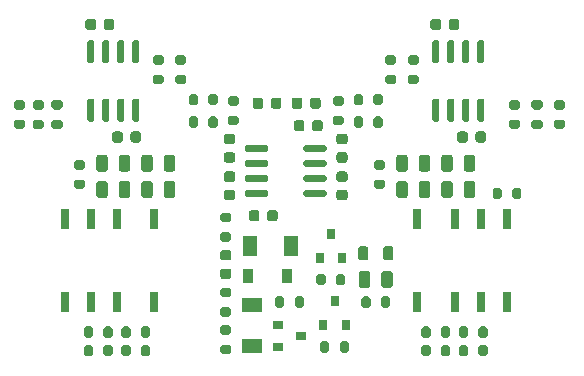
<source format=gbr>
%TF.GenerationSoftware,KiCad,Pcbnew,(5.1.9-0-10_14)*%
%TF.CreationDate,2021-03-07T16:31:49+01:00*%
%TF.ProjectId,W-Output HP,572d4f75-7470-4757-9420-48502e6b6963,1*%
%TF.SameCoordinates,Original*%
%TF.FileFunction,Paste,Top*%
%TF.FilePolarity,Positive*%
%FSLAX46Y46*%
G04 Gerber Fmt 4.6, Leading zero omitted, Abs format (unit mm)*
G04 Created by KiCad (PCBNEW (5.1.9-0-10_14)) date 2021-03-07 16:31:49*
%MOMM*%
%LPD*%
G01*
G04 APERTURE LIST*
%ADD10R,0.800000X1.800000*%
%ADD11R,0.900000X0.800000*%
%ADD12R,0.800000X0.900000*%
%ADD13R,1.700000X1.300000*%
%ADD14R,0.900000X1.200000*%
%ADD15R,1.300000X1.700000*%
G04 APERTURE END LIST*
%TO.C,R15*%
G36*
G01*
X132812500Y-88780000D02*
X132262500Y-88780000D01*
G75*
G02*
X132062500Y-88580000I0J200000D01*
G01*
X132062500Y-88180000D01*
G75*
G02*
X132262500Y-87980000I200000J0D01*
G01*
X132812500Y-87980000D01*
G75*
G02*
X133012500Y-88180000I0J-200000D01*
G01*
X133012500Y-88580000D01*
G75*
G02*
X132812500Y-88780000I-200000J0D01*
G01*
G37*
G36*
G01*
X132812500Y-90430000D02*
X132262500Y-90430000D01*
G75*
G02*
X132062500Y-90230000I0J200000D01*
G01*
X132062500Y-89830000D01*
G75*
G02*
X132262500Y-89630000I200000J0D01*
G01*
X132812500Y-89630000D01*
G75*
G02*
X133012500Y-89830000I0J-200000D01*
G01*
X133012500Y-90230000D01*
G75*
G02*
X132812500Y-90430000I-200000J0D01*
G01*
G37*
%TD*%
%TO.C,R14*%
G36*
G01*
X154170000Y-84232500D02*
X154720000Y-84232500D01*
G75*
G02*
X154920000Y-84432500I0J-200000D01*
G01*
X154920000Y-84832500D01*
G75*
G02*
X154720000Y-85032500I-200000J0D01*
G01*
X154170000Y-85032500D01*
G75*
G02*
X153970000Y-84832500I0J200000D01*
G01*
X153970000Y-84432500D01*
G75*
G02*
X154170000Y-84232500I200000J0D01*
G01*
G37*
G36*
G01*
X154170000Y-82582500D02*
X154720000Y-82582500D01*
G75*
G02*
X154920000Y-82782500I0J-200000D01*
G01*
X154920000Y-83182500D01*
G75*
G02*
X154720000Y-83382500I-200000J0D01*
G01*
X154170000Y-83382500D01*
G75*
G02*
X153970000Y-83182500I0J200000D01*
G01*
X153970000Y-82782500D01*
G75*
G02*
X154170000Y-82582500I200000J0D01*
G01*
G37*
%TD*%
%TO.C,C5*%
G36*
G01*
X154512500Y-87307500D02*
X155012500Y-87307500D01*
G75*
G02*
X155237500Y-87532500I0J-225000D01*
G01*
X155237500Y-87982500D01*
G75*
G02*
X155012500Y-88207500I-225000J0D01*
G01*
X154512500Y-88207500D01*
G75*
G02*
X154287500Y-87982500I0J225000D01*
G01*
X154287500Y-87532500D01*
G75*
G02*
X154512500Y-87307500I225000J0D01*
G01*
G37*
G36*
G01*
X154512500Y-85757500D02*
X155012500Y-85757500D01*
G75*
G02*
X155237500Y-85982500I0J-225000D01*
G01*
X155237500Y-86432500D01*
G75*
G02*
X155012500Y-86657500I-225000J0D01*
G01*
X154512500Y-86657500D01*
G75*
G02*
X154287500Y-86432500I0J225000D01*
G01*
X154287500Y-85982500D01*
G75*
G02*
X154512500Y-85757500I225000J0D01*
G01*
G37*
%TD*%
%TO.C,C4*%
G36*
G01*
X154512500Y-90482500D02*
X155012500Y-90482500D01*
G75*
G02*
X155237500Y-90707500I0J-225000D01*
G01*
X155237500Y-91157500D01*
G75*
G02*
X155012500Y-91382500I-225000J0D01*
G01*
X154512500Y-91382500D01*
G75*
G02*
X154287500Y-91157500I0J225000D01*
G01*
X154287500Y-90707500D01*
G75*
G02*
X154512500Y-90482500I225000J0D01*
G01*
G37*
G36*
G01*
X154512500Y-88932500D02*
X155012500Y-88932500D01*
G75*
G02*
X155237500Y-89157500I0J-225000D01*
G01*
X155237500Y-89607500D01*
G75*
G02*
X155012500Y-89832500I-225000J0D01*
G01*
X154512500Y-89832500D01*
G75*
G02*
X154287500Y-89607500I0J225000D01*
G01*
X154287500Y-89157500D01*
G75*
G02*
X154512500Y-88932500I225000J0D01*
G01*
G37*
%TD*%
%TO.C,C17*%
G36*
G01*
X144987500Y-90482500D02*
X145487500Y-90482500D01*
G75*
G02*
X145712500Y-90707500I0J-225000D01*
G01*
X145712500Y-91157500D01*
G75*
G02*
X145487500Y-91382500I-225000J0D01*
G01*
X144987500Y-91382500D01*
G75*
G02*
X144762500Y-91157500I0J225000D01*
G01*
X144762500Y-90707500D01*
G75*
G02*
X144987500Y-90482500I225000J0D01*
G01*
G37*
G36*
G01*
X144987500Y-88932500D02*
X145487500Y-88932500D01*
G75*
G02*
X145712500Y-89157500I0J-225000D01*
G01*
X145712500Y-89607500D01*
G75*
G02*
X145487500Y-89832500I-225000J0D01*
G01*
X144987500Y-89832500D01*
G75*
G02*
X144762500Y-89607500I0J225000D01*
G01*
X144762500Y-89157500D01*
G75*
G02*
X144987500Y-88932500I225000J0D01*
G01*
G37*
%TD*%
%TO.C,C18*%
G36*
G01*
X144987500Y-87307500D02*
X145487500Y-87307500D01*
G75*
G02*
X145712500Y-87532500I0J-225000D01*
G01*
X145712500Y-87982500D01*
G75*
G02*
X145487500Y-88207500I-225000J0D01*
G01*
X144987500Y-88207500D01*
G75*
G02*
X144762500Y-87982500I0J225000D01*
G01*
X144762500Y-87532500D01*
G75*
G02*
X144987500Y-87307500I225000J0D01*
G01*
G37*
G36*
G01*
X144987500Y-85757500D02*
X145487500Y-85757500D01*
G75*
G02*
X145712500Y-85982500I0J-225000D01*
G01*
X145712500Y-86432500D01*
G75*
G02*
X145487500Y-86657500I-225000J0D01*
G01*
X144987500Y-86657500D01*
G75*
G02*
X144762500Y-86432500I0J225000D01*
G01*
X144762500Y-85982500D01*
G75*
G02*
X144987500Y-85757500I225000J0D01*
G01*
G37*
%TD*%
%TO.C,C14*%
G36*
G01*
X151580000Y-84827500D02*
X151580000Y-85327500D01*
G75*
G02*
X151355000Y-85552500I-225000J0D01*
G01*
X150905000Y-85552500D01*
G75*
G02*
X150680000Y-85327500I0J225000D01*
G01*
X150680000Y-84827500D01*
G75*
G02*
X150905000Y-84602500I225000J0D01*
G01*
X151355000Y-84602500D01*
G75*
G02*
X151580000Y-84827500I0J-225000D01*
G01*
G37*
G36*
G01*
X153130000Y-84827500D02*
X153130000Y-85327500D01*
G75*
G02*
X152905000Y-85552500I-225000J0D01*
G01*
X152455000Y-85552500D01*
G75*
G02*
X152230000Y-85327500I0J225000D01*
G01*
X152230000Y-84827500D01*
G75*
G02*
X152455000Y-84602500I225000J0D01*
G01*
X152905000Y-84602500D01*
G75*
G02*
X153130000Y-84827500I0J-225000D01*
G01*
G37*
%TD*%
%TO.C,C11*%
G36*
G01*
X147770000Y-92447500D02*
X147770000Y-92947500D01*
G75*
G02*
X147545000Y-93172500I-225000J0D01*
G01*
X147095000Y-93172500D01*
G75*
G02*
X146870000Y-92947500I0J225000D01*
G01*
X146870000Y-92447500D01*
G75*
G02*
X147095000Y-92222500I225000J0D01*
G01*
X147545000Y-92222500D01*
G75*
G02*
X147770000Y-92447500I0J-225000D01*
G01*
G37*
G36*
G01*
X149320000Y-92447500D02*
X149320000Y-92947500D01*
G75*
G02*
X149095000Y-93172500I-225000J0D01*
G01*
X148645000Y-93172500D01*
G75*
G02*
X148420000Y-92947500I0J225000D01*
G01*
X148420000Y-92447500D01*
G75*
G02*
X148645000Y-92222500I225000J0D01*
G01*
X149095000Y-92222500D01*
G75*
G02*
X149320000Y-92447500I0J-225000D01*
G01*
G37*
%TD*%
%TO.C,R32*%
G36*
G01*
X145280000Y-84232500D02*
X145830000Y-84232500D01*
G75*
G02*
X146030000Y-84432500I0J-200000D01*
G01*
X146030000Y-84832500D01*
G75*
G02*
X145830000Y-85032500I-200000J0D01*
G01*
X145280000Y-85032500D01*
G75*
G02*
X145080000Y-84832500I0J200000D01*
G01*
X145080000Y-84432500D01*
G75*
G02*
X145280000Y-84232500I200000J0D01*
G01*
G37*
G36*
G01*
X145280000Y-82582500D02*
X145830000Y-82582500D01*
G75*
G02*
X146030000Y-82782500I0J-200000D01*
G01*
X146030000Y-83182500D01*
G75*
G02*
X145830000Y-83382500I-200000J0D01*
G01*
X145280000Y-83382500D01*
G75*
G02*
X145080000Y-83182500I0J200000D01*
G01*
X145080000Y-82782500D01*
G75*
G02*
X145280000Y-82582500I200000J0D01*
G01*
G37*
%TD*%
%TO.C,U3*%
G36*
G01*
X148500000Y-90642500D02*
X148500000Y-90942500D01*
G75*
G02*
X148350000Y-91092500I-150000J0D01*
G01*
X146700000Y-91092500D01*
G75*
G02*
X146550000Y-90942500I0J150000D01*
G01*
X146550000Y-90642500D01*
G75*
G02*
X146700000Y-90492500I150000J0D01*
G01*
X148350000Y-90492500D01*
G75*
G02*
X148500000Y-90642500I0J-150000D01*
G01*
G37*
G36*
G01*
X148500000Y-89372500D02*
X148500000Y-89672500D01*
G75*
G02*
X148350000Y-89822500I-150000J0D01*
G01*
X146700000Y-89822500D01*
G75*
G02*
X146550000Y-89672500I0J150000D01*
G01*
X146550000Y-89372500D01*
G75*
G02*
X146700000Y-89222500I150000J0D01*
G01*
X148350000Y-89222500D01*
G75*
G02*
X148500000Y-89372500I0J-150000D01*
G01*
G37*
G36*
G01*
X148500000Y-88102500D02*
X148500000Y-88402500D01*
G75*
G02*
X148350000Y-88552500I-150000J0D01*
G01*
X146700000Y-88552500D01*
G75*
G02*
X146550000Y-88402500I0J150000D01*
G01*
X146550000Y-88102500D01*
G75*
G02*
X146700000Y-87952500I150000J0D01*
G01*
X148350000Y-87952500D01*
G75*
G02*
X148500000Y-88102500I0J-150000D01*
G01*
G37*
G36*
G01*
X148500000Y-86832500D02*
X148500000Y-87132500D01*
G75*
G02*
X148350000Y-87282500I-150000J0D01*
G01*
X146700000Y-87282500D01*
G75*
G02*
X146550000Y-87132500I0J150000D01*
G01*
X146550000Y-86832500D01*
G75*
G02*
X146700000Y-86682500I150000J0D01*
G01*
X148350000Y-86682500D01*
G75*
G02*
X148500000Y-86832500I0J-150000D01*
G01*
G37*
G36*
G01*
X153450000Y-86832500D02*
X153450000Y-87132500D01*
G75*
G02*
X153300000Y-87282500I-150000J0D01*
G01*
X151650000Y-87282500D01*
G75*
G02*
X151500000Y-87132500I0J150000D01*
G01*
X151500000Y-86832500D01*
G75*
G02*
X151650000Y-86682500I150000J0D01*
G01*
X153300000Y-86682500D01*
G75*
G02*
X153450000Y-86832500I0J-150000D01*
G01*
G37*
G36*
G01*
X153450000Y-88102500D02*
X153450000Y-88402500D01*
G75*
G02*
X153300000Y-88552500I-150000J0D01*
G01*
X151650000Y-88552500D01*
G75*
G02*
X151500000Y-88402500I0J150000D01*
G01*
X151500000Y-88102500D01*
G75*
G02*
X151650000Y-87952500I150000J0D01*
G01*
X153300000Y-87952500D01*
G75*
G02*
X153450000Y-88102500I0J-150000D01*
G01*
G37*
G36*
G01*
X153450000Y-89372500D02*
X153450000Y-89672500D01*
G75*
G02*
X153300000Y-89822500I-150000J0D01*
G01*
X151650000Y-89822500D01*
G75*
G02*
X151500000Y-89672500I0J150000D01*
G01*
X151500000Y-89372500D01*
G75*
G02*
X151650000Y-89222500I150000J0D01*
G01*
X153300000Y-89222500D01*
G75*
G02*
X153450000Y-89372500I0J-150000D01*
G01*
G37*
G36*
G01*
X153450000Y-90642500D02*
X153450000Y-90942500D01*
G75*
G02*
X153300000Y-91092500I-150000J0D01*
G01*
X151650000Y-91092500D01*
G75*
G02*
X151500000Y-90942500I0J150000D01*
G01*
X151500000Y-90642500D01*
G75*
G02*
X151650000Y-90492500I150000J0D01*
G01*
X153300000Y-90492500D01*
G75*
G02*
X153450000Y-90642500I0J-150000D01*
G01*
G37*
%TD*%
%TO.C,R27*%
G36*
G01*
X143440000Y-83130000D02*
X143440000Y-82580000D01*
G75*
G02*
X143640000Y-82380000I200000J0D01*
G01*
X144040000Y-82380000D01*
G75*
G02*
X144240000Y-82580000I0J-200000D01*
G01*
X144240000Y-83130000D01*
G75*
G02*
X144040000Y-83330000I-200000J0D01*
G01*
X143640000Y-83330000D01*
G75*
G02*
X143440000Y-83130000I0J200000D01*
G01*
G37*
G36*
G01*
X141790000Y-83130000D02*
X141790000Y-82580000D01*
G75*
G02*
X141990000Y-82380000I200000J0D01*
G01*
X142390000Y-82380000D01*
G75*
G02*
X142590000Y-82580000I0J-200000D01*
G01*
X142590000Y-83130000D01*
G75*
G02*
X142390000Y-83330000I-200000J0D01*
G01*
X141990000Y-83330000D01*
G75*
G02*
X141790000Y-83130000I0J200000D01*
G01*
G37*
%TD*%
%TO.C,R6*%
G36*
G01*
X161070000Y-79890000D02*
X160520000Y-79890000D01*
G75*
G02*
X160320000Y-79690000I0J200000D01*
G01*
X160320000Y-79290000D01*
G75*
G02*
X160520000Y-79090000I200000J0D01*
G01*
X161070000Y-79090000D01*
G75*
G02*
X161270000Y-79290000I0J-200000D01*
G01*
X161270000Y-79690000D01*
G75*
G02*
X161070000Y-79890000I-200000J0D01*
G01*
G37*
G36*
G01*
X161070000Y-81540000D02*
X160520000Y-81540000D01*
G75*
G02*
X160320000Y-81340000I0J200000D01*
G01*
X160320000Y-80940000D01*
G75*
G02*
X160520000Y-80740000I200000J0D01*
G01*
X161070000Y-80740000D01*
G75*
G02*
X161270000Y-80940000I0J-200000D01*
G01*
X161270000Y-81340000D01*
G75*
G02*
X161070000Y-81540000I-200000J0D01*
G01*
G37*
%TD*%
%TO.C,R22*%
G36*
G01*
X141385000Y-79890000D02*
X140835000Y-79890000D01*
G75*
G02*
X140635000Y-79690000I0J200000D01*
G01*
X140635000Y-79290000D01*
G75*
G02*
X140835000Y-79090000I200000J0D01*
G01*
X141385000Y-79090000D01*
G75*
G02*
X141585000Y-79290000I0J-200000D01*
G01*
X141585000Y-79690000D01*
G75*
G02*
X141385000Y-79890000I-200000J0D01*
G01*
G37*
G36*
G01*
X141385000Y-81540000D02*
X140835000Y-81540000D01*
G75*
G02*
X140635000Y-81340000I0J200000D01*
G01*
X140635000Y-80940000D01*
G75*
G02*
X140835000Y-80740000I200000J0D01*
G01*
X141385000Y-80740000D01*
G75*
G02*
X141585000Y-80940000I0J-200000D01*
G01*
X141585000Y-81340000D01*
G75*
G02*
X141385000Y-81540000I-200000J0D01*
G01*
G37*
%TD*%
%TO.C,U1*%
G36*
G01*
X162850000Y-79767500D02*
X162550000Y-79767500D01*
G75*
G02*
X162400000Y-79617500I0J150000D01*
G01*
X162400000Y-77967500D01*
G75*
G02*
X162550000Y-77817500I150000J0D01*
G01*
X162850000Y-77817500D01*
G75*
G02*
X163000000Y-77967500I0J-150000D01*
G01*
X163000000Y-79617500D01*
G75*
G02*
X162850000Y-79767500I-150000J0D01*
G01*
G37*
G36*
G01*
X164120000Y-79767500D02*
X163820000Y-79767500D01*
G75*
G02*
X163670000Y-79617500I0J150000D01*
G01*
X163670000Y-77967500D01*
G75*
G02*
X163820000Y-77817500I150000J0D01*
G01*
X164120000Y-77817500D01*
G75*
G02*
X164270000Y-77967500I0J-150000D01*
G01*
X164270000Y-79617500D01*
G75*
G02*
X164120000Y-79767500I-150000J0D01*
G01*
G37*
G36*
G01*
X165390000Y-79767500D02*
X165090000Y-79767500D01*
G75*
G02*
X164940000Y-79617500I0J150000D01*
G01*
X164940000Y-77967500D01*
G75*
G02*
X165090000Y-77817500I150000J0D01*
G01*
X165390000Y-77817500D01*
G75*
G02*
X165540000Y-77967500I0J-150000D01*
G01*
X165540000Y-79617500D01*
G75*
G02*
X165390000Y-79767500I-150000J0D01*
G01*
G37*
G36*
G01*
X166660000Y-79767500D02*
X166360000Y-79767500D01*
G75*
G02*
X166210000Y-79617500I0J150000D01*
G01*
X166210000Y-77967500D01*
G75*
G02*
X166360000Y-77817500I150000J0D01*
G01*
X166660000Y-77817500D01*
G75*
G02*
X166810000Y-77967500I0J-150000D01*
G01*
X166810000Y-79617500D01*
G75*
G02*
X166660000Y-79767500I-150000J0D01*
G01*
G37*
G36*
G01*
X166660000Y-84717500D02*
X166360000Y-84717500D01*
G75*
G02*
X166210000Y-84567500I0J150000D01*
G01*
X166210000Y-82917500D01*
G75*
G02*
X166360000Y-82767500I150000J0D01*
G01*
X166660000Y-82767500D01*
G75*
G02*
X166810000Y-82917500I0J-150000D01*
G01*
X166810000Y-84567500D01*
G75*
G02*
X166660000Y-84717500I-150000J0D01*
G01*
G37*
G36*
G01*
X165390000Y-84717500D02*
X165090000Y-84717500D01*
G75*
G02*
X164940000Y-84567500I0J150000D01*
G01*
X164940000Y-82917500D01*
G75*
G02*
X165090000Y-82767500I150000J0D01*
G01*
X165390000Y-82767500D01*
G75*
G02*
X165540000Y-82917500I0J-150000D01*
G01*
X165540000Y-84567500D01*
G75*
G02*
X165390000Y-84717500I-150000J0D01*
G01*
G37*
G36*
G01*
X164120000Y-84717500D02*
X163820000Y-84717500D01*
G75*
G02*
X163670000Y-84567500I0J150000D01*
G01*
X163670000Y-82917500D01*
G75*
G02*
X163820000Y-82767500I150000J0D01*
G01*
X164120000Y-82767500D01*
G75*
G02*
X164270000Y-82917500I0J-150000D01*
G01*
X164270000Y-84567500D01*
G75*
G02*
X164120000Y-84717500I-150000J0D01*
G01*
G37*
G36*
G01*
X162850000Y-84717500D02*
X162550000Y-84717500D01*
G75*
G02*
X162400000Y-84567500I0J150000D01*
G01*
X162400000Y-82917500D01*
G75*
G02*
X162550000Y-82767500I150000J0D01*
G01*
X162850000Y-82767500D01*
G75*
G02*
X163000000Y-82917500I0J-150000D01*
G01*
X163000000Y-84567500D01*
G75*
G02*
X162850000Y-84717500I-150000J0D01*
G01*
G37*
%TD*%
%TO.C,C12*%
G36*
G01*
X165410000Y-85780000D02*
X165410000Y-86280000D01*
G75*
G02*
X165185000Y-86505000I-225000J0D01*
G01*
X164735000Y-86505000D01*
G75*
G02*
X164510000Y-86280000I0J225000D01*
G01*
X164510000Y-85780000D01*
G75*
G02*
X164735000Y-85555000I225000J0D01*
G01*
X165185000Y-85555000D01*
G75*
G02*
X165410000Y-85780000I0J-225000D01*
G01*
G37*
G36*
G01*
X166960000Y-85780000D02*
X166960000Y-86280000D01*
G75*
G02*
X166735000Y-86505000I-225000J0D01*
G01*
X166285000Y-86505000D01*
G75*
G02*
X166060000Y-86280000I0J225000D01*
G01*
X166060000Y-85780000D01*
G75*
G02*
X166285000Y-85555000I225000J0D01*
G01*
X166735000Y-85555000D01*
G75*
G02*
X166960000Y-85780000I0J-225000D01*
G01*
G37*
%TD*%
%TO.C,C13*%
G36*
G01*
X134590000Y-76755000D02*
X134590000Y-76255000D01*
G75*
G02*
X134815000Y-76030000I225000J0D01*
G01*
X135265000Y-76030000D01*
G75*
G02*
X135490000Y-76255000I0J-225000D01*
G01*
X135490000Y-76755000D01*
G75*
G02*
X135265000Y-76980000I-225000J0D01*
G01*
X134815000Y-76980000D01*
G75*
G02*
X134590000Y-76755000I0J225000D01*
G01*
G37*
G36*
G01*
X133040000Y-76755000D02*
X133040000Y-76255000D01*
G75*
G02*
X133265000Y-76030000I225000J0D01*
G01*
X133715000Y-76030000D01*
G75*
G02*
X133940000Y-76255000I0J-225000D01*
G01*
X133940000Y-76755000D01*
G75*
G02*
X133715000Y-76980000I-225000J0D01*
G01*
X133265000Y-76980000D01*
G75*
G02*
X133040000Y-76755000I0J225000D01*
G01*
G37*
%TD*%
%TO.C,C10*%
G36*
G01*
X136850000Y-86280000D02*
X136850000Y-85780000D01*
G75*
G02*
X137075000Y-85555000I225000J0D01*
G01*
X137525000Y-85555000D01*
G75*
G02*
X137750000Y-85780000I0J-225000D01*
G01*
X137750000Y-86280000D01*
G75*
G02*
X137525000Y-86505000I-225000J0D01*
G01*
X137075000Y-86505000D01*
G75*
G02*
X136850000Y-86280000I0J225000D01*
G01*
G37*
G36*
G01*
X135300000Y-86280000D02*
X135300000Y-85780000D01*
G75*
G02*
X135525000Y-85555000I225000J0D01*
G01*
X135975000Y-85555000D01*
G75*
G02*
X136200000Y-85780000I0J-225000D01*
G01*
X136200000Y-86280000D01*
G75*
G02*
X135975000Y-86505000I-225000J0D01*
G01*
X135525000Y-86505000D01*
G75*
G02*
X135300000Y-86280000I0J225000D01*
G01*
G37*
%TD*%
%TO.C,R31*%
G36*
G01*
X130357500Y-84550000D02*
X130907500Y-84550000D01*
G75*
G02*
X131107500Y-84750000I0J-200000D01*
G01*
X131107500Y-85150000D01*
G75*
G02*
X130907500Y-85350000I-200000J0D01*
G01*
X130357500Y-85350000D01*
G75*
G02*
X130157500Y-85150000I0J200000D01*
G01*
X130157500Y-84750000D01*
G75*
G02*
X130357500Y-84550000I200000J0D01*
G01*
G37*
G36*
G01*
X130357500Y-82900000D02*
X130907500Y-82900000D01*
G75*
G02*
X131107500Y-83100000I0J-200000D01*
G01*
X131107500Y-83500000D01*
G75*
G02*
X130907500Y-83700000I-200000J0D01*
G01*
X130357500Y-83700000D01*
G75*
G02*
X130157500Y-83500000I0J200000D01*
G01*
X130157500Y-83100000D01*
G75*
G02*
X130357500Y-82900000I200000J0D01*
G01*
G37*
%TD*%
%TO.C,R28*%
G36*
G01*
X128770000Y-84550000D02*
X129320000Y-84550000D01*
G75*
G02*
X129520000Y-84750000I0J-200000D01*
G01*
X129520000Y-85150000D01*
G75*
G02*
X129320000Y-85350000I-200000J0D01*
G01*
X128770000Y-85350000D01*
G75*
G02*
X128570000Y-85150000I0J200000D01*
G01*
X128570000Y-84750000D01*
G75*
G02*
X128770000Y-84550000I200000J0D01*
G01*
G37*
G36*
G01*
X128770000Y-82900000D02*
X129320000Y-82900000D01*
G75*
G02*
X129520000Y-83100000I0J-200000D01*
G01*
X129520000Y-83500000D01*
G75*
G02*
X129320000Y-83700000I-200000J0D01*
G01*
X128770000Y-83700000D01*
G75*
G02*
X128570000Y-83500000I0J200000D01*
G01*
X128570000Y-83100000D01*
G75*
G02*
X128770000Y-82900000I200000J0D01*
G01*
G37*
%TD*%
%TO.C,R25*%
G36*
G01*
X127732500Y-83700000D02*
X127182500Y-83700000D01*
G75*
G02*
X126982500Y-83500000I0J200000D01*
G01*
X126982500Y-83100000D01*
G75*
G02*
X127182500Y-82900000I200000J0D01*
G01*
X127732500Y-82900000D01*
G75*
G02*
X127932500Y-83100000I0J-200000D01*
G01*
X127932500Y-83500000D01*
G75*
G02*
X127732500Y-83700000I-200000J0D01*
G01*
G37*
G36*
G01*
X127732500Y-85350000D02*
X127182500Y-85350000D01*
G75*
G02*
X126982500Y-85150000I0J200000D01*
G01*
X126982500Y-84750000D01*
G75*
G02*
X127182500Y-84550000I200000J0D01*
G01*
X127732500Y-84550000D01*
G75*
G02*
X127932500Y-84750000I0J-200000D01*
G01*
X127932500Y-85150000D01*
G75*
G02*
X127732500Y-85350000I-200000J0D01*
G01*
G37*
%TD*%
%TO.C,U2*%
G36*
G01*
X137150000Y-82767500D02*
X137450000Y-82767500D01*
G75*
G02*
X137600000Y-82917500I0J-150000D01*
G01*
X137600000Y-84567500D01*
G75*
G02*
X137450000Y-84717500I-150000J0D01*
G01*
X137150000Y-84717500D01*
G75*
G02*
X137000000Y-84567500I0J150000D01*
G01*
X137000000Y-82917500D01*
G75*
G02*
X137150000Y-82767500I150000J0D01*
G01*
G37*
G36*
G01*
X135880000Y-82767500D02*
X136180000Y-82767500D01*
G75*
G02*
X136330000Y-82917500I0J-150000D01*
G01*
X136330000Y-84567500D01*
G75*
G02*
X136180000Y-84717500I-150000J0D01*
G01*
X135880000Y-84717500D01*
G75*
G02*
X135730000Y-84567500I0J150000D01*
G01*
X135730000Y-82917500D01*
G75*
G02*
X135880000Y-82767500I150000J0D01*
G01*
G37*
G36*
G01*
X134610000Y-82767500D02*
X134910000Y-82767500D01*
G75*
G02*
X135060000Y-82917500I0J-150000D01*
G01*
X135060000Y-84567500D01*
G75*
G02*
X134910000Y-84717500I-150000J0D01*
G01*
X134610000Y-84717500D01*
G75*
G02*
X134460000Y-84567500I0J150000D01*
G01*
X134460000Y-82917500D01*
G75*
G02*
X134610000Y-82767500I150000J0D01*
G01*
G37*
G36*
G01*
X133340000Y-82767500D02*
X133640000Y-82767500D01*
G75*
G02*
X133790000Y-82917500I0J-150000D01*
G01*
X133790000Y-84567500D01*
G75*
G02*
X133640000Y-84717500I-150000J0D01*
G01*
X133340000Y-84717500D01*
G75*
G02*
X133190000Y-84567500I0J150000D01*
G01*
X133190000Y-82917500D01*
G75*
G02*
X133340000Y-82767500I150000J0D01*
G01*
G37*
G36*
G01*
X133340000Y-77817500D02*
X133640000Y-77817500D01*
G75*
G02*
X133790000Y-77967500I0J-150000D01*
G01*
X133790000Y-79617500D01*
G75*
G02*
X133640000Y-79767500I-150000J0D01*
G01*
X133340000Y-79767500D01*
G75*
G02*
X133190000Y-79617500I0J150000D01*
G01*
X133190000Y-77967500D01*
G75*
G02*
X133340000Y-77817500I150000J0D01*
G01*
G37*
G36*
G01*
X134610000Y-77817500D02*
X134910000Y-77817500D01*
G75*
G02*
X135060000Y-77967500I0J-150000D01*
G01*
X135060000Y-79617500D01*
G75*
G02*
X134910000Y-79767500I-150000J0D01*
G01*
X134610000Y-79767500D01*
G75*
G02*
X134460000Y-79617500I0J150000D01*
G01*
X134460000Y-77967500D01*
G75*
G02*
X134610000Y-77817500I150000J0D01*
G01*
G37*
G36*
G01*
X135880000Y-77817500D02*
X136180000Y-77817500D01*
G75*
G02*
X136330000Y-77967500I0J-150000D01*
G01*
X136330000Y-79617500D01*
G75*
G02*
X136180000Y-79767500I-150000J0D01*
G01*
X135880000Y-79767500D01*
G75*
G02*
X135730000Y-79617500I0J150000D01*
G01*
X135730000Y-77967500D01*
G75*
G02*
X135880000Y-77817500I150000J0D01*
G01*
G37*
G36*
G01*
X137150000Y-77817500D02*
X137450000Y-77817500D01*
G75*
G02*
X137600000Y-77967500I0J-150000D01*
G01*
X137600000Y-79617500D01*
G75*
G02*
X137450000Y-79767500I-150000J0D01*
G01*
X137150000Y-79767500D01*
G75*
G02*
X137000000Y-79617500I0J150000D01*
G01*
X137000000Y-77967500D01*
G75*
G02*
X137150000Y-77817500I150000J0D01*
G01*
G37*
%TD*%
%TO.C,C23*%
G36*
G01*
X148087500Y-82922500D02*
X148087500Y-83422500D01*
G75*
G02*
X147862500Y-83647500I-225000J0D01*
G01*
X147412500Y-83647500D01*
G75*
G02*
X147187500Y-83422500I0J225000D01*
G01*
X147187500Y-82922500D01*
G75*
G02*
X147412500Y-82697500I225000J0D01*
G01*
X147862500Y-82697500D01*
G75*
G02*
X148087500Y-82922500I0J-225000D01*
G01*
G37*
G36*
G01*
X149637500Y-82922500D02*
X149637500Y-83422500D01*
G75*
G02*
X149412500Y-83647500I-225000J0D01*
G01*
X148962500Y-83647500D01*
G75*
G02*
X148737500Y-83422500I0J225000D01*
G01*
X148737500Y-82922500D01*
G75*
G02*
X148962500Y-82697500I225000J0D01*
G01*
X149412500Y-82697500D01*
G75*
G02*
X149637500Y-82922500I0J-225000D01*
G01*
G37*
%TD*%
%TO.C,C22*%
G36*
G01*
X151402500Y-82922500D02*
X151402500Y-83422500D01*
G75*
G02*
X151177500Y-83647500I-225000J0D01*
G01*
X150727500Y-83647500D01*
G75*
G02*
X150502500Y-83422500I0J225000D01*
G01*
X150502500Y-82922500D01*
G75*
G02*
X150727500Y-82697500I225000J0D01*
G01*
X151177500Y-82697500D01*
G75*
G02*
X151402500Y-82922500I0J-225000D01*
G01*
G37*
G36*
G01*
X152952500Y-82922500D02*
X152952500Y-83422500D01*
G75*
G02*
X152727500Y-83647500I-225000J0D01*
G01*
X152277500Y-83647500D01*
G75*
G02*
X152052500Y-83422500I0J225000D01*
G01*
X152052500Y-82922500D01*
G75*
G02*
X152277500Y-82697500I225000J0D01*
G01*
X152727500Y-82697500D01*
G75*
G02*
X152952500Y-82922500I0J-225000D01*
G01*
G37*
%TD*%
%TO.C,C20*%
G36*
G01*
X134947500Y-90000000D02*
X134947500Y-90950000D01*
G75*
G02*
X134697500Y-91200000I-250000J0D01*
G01*
X134197500Y-91200000D01*
G75*
G02*
X133947500Y-90950000I0J250000D01*
G01*
X133947500Y-90000000D01*
G75*
G02*
X134197500Y-89750000I250000J0D01*
G01*
X134697500Y-89750000D01*
G75*
G02*
X134947500Y-90000000I0J-250000D01*
G01*
G37*
G36*
G01*
X136847500Y-90000000D02*
X136847500Y-90950000D01*
G75*
G02*
X136597500Y-91200000I-250000J0D01*
G01*
X136097500Y-91200000D01*
G75*
G02*
X135847500Y-90950000I0J250000D01*
G01*
X135847500Y-90000000D01*
G75*
G02*
X136097500Y-89750000I250000J0D01*
G01*
X136597500Y-89750000D01*
G75*
G02*
X136847500Y-90000000I0J-250000D01*
G01*
G37*
%TD*%
%TO.C,C19*%
G36*
G01*
X134945000Y-87777500D02*
X134945000Y-88727500D01*
G75*
G02*
X134695000Y-88977500I-250000J0D01*
G01*
X134195000Y-88977500D01*
G75*
G02*
X133945000Y-88727500I0J250000D01*
G01*
X133945000Y-87777500D01*
G75*
G02*
X134195000Y-87527500I250000J0D01*
G01*
X134695000Y-87527500D01*
G75*
G02*
X134945000Y-87777500I0J-250000D01*
G01*
G37*
G36*
G01*
X136845000Y-87777500D02*
X136845000Y-88727500D01*
G75*
G02*
X136595000Y-88977500I-250000J0D01*
G01*
X136095000Y-88977500D01*
G75*
G02*
X135845000Y-88727500I0J250000D01*
G01*
X135845000Y-87777500D01*
G75*
G02*
X136095000Y-87527500I250000J0D01*
G01*
X136595000Y-87527500D01*
G75*
G02*
X136845000Y-87777500I0J-250000D01*
G01*
G37*
%TD*%
%TO.C,C16*%
G36*
G01*
X138757500Y-90000000D02*
X138757500Y-90950000D01*
G75*
G02*
X138507500Y-91200000I-250000J0D01*
G01*
X138007500Y-91200000D01*
G75*
G02*
X137757500Y-90950000I0J250000D01*
G01*
X137757500Y-90000000D01*
G75*
G02*
X138007500Y-89750000I250000J0D01*
G01*
X138507500Y-89750000D01*
G75*
G02*
X138757500Y-90000000I0J-250000D01*
G01*
G37*
G36*
G01*
X140657500Y-90000000D02*
X140657500Y-90950000D01*
G75*
G02*
X140407500Y-91200000I-250000J0D01*
G01*
X139907500Y-91200000D01*
G75*
G02*
X139657500Y-90950000I0J250000D01*
G01*
X139657500Y-90000000D01*
G75*
G02*
X139907500Y-89750000I250000J0D01*
G01*
X140407500Y-89750000D01*
G75*
G02*
X140657500Y-90000000I0J-250000D01*
G01*
G37*
%TD*%
%TO.C,C15*%
G36*
G01*
X138755000Y-87777500D02*
X138755000Y-88727500D01*
G75*
G02*
X138505000Y-88977500I-250000J0D01*
G01*
X138005000Y-88977500D01*
G75*
G02*
X137755000Y-88727500I0J250000D01*
G01*
X137755000Y-87777500D01*
G75*
G02*
X138005000Y-87527500I250000J0D01*
G01*
X138505000Y-87527500D01*
G75*
G02*
X138755000Y-87777500I0J-250000D01*
G01*
G37*
G36*
G01*
X140655000Y-87777500D02*
X140655000Y-88727500D01*
G75*
G02*
X140405000Y-88977500I-250000J0D01*
G01*
X139905000Y-88977500D01*
G75*
G02*
X139655000Y-88727500I0J250000D01*
G01*
X139655000Y-87777500D01*
G75*
G02*
X139905000Y-87527500I250000J0D01*
G01*
X140405000Y-87527500D01*
G75*
G02*
X140655000Y-87777500I0J-250000D01*
G01*
G37*
%TD*%
%TO.C,C7*%
G36*
G01*
X160347500Y-90000000D02*
X160347500Y-90950000D01*
G75*
G02*
X160097500Y-91200000I-250000J0D01*
G01*
X159597500Y-91200000D01*
G75*
G02*
X159347500Y-90950000I0J250000D01*
G01*
X159347500Y-90000000D01*
G75*
G02*
X159597500Y-89750000I250000J0D01*
G01*
X160097500Y-89750000D01*
G75*
G02*
X160347500Y-90000000I0J-250000D01*
G01*
G37*
G36*
G01*
X162247500Y-90000000D02*
X162247500Y-90950000D01*
G75*
G02*
X161997500Y-91200000I-250000J0D01*
G01*
X161497500Y-91200000D01*
G75*
G02*
X161247500Y-90950000I0J250000D01*
G01*
X161247500Y-90000000D01*
G75*
G02*
X161497500Y-89750000I250000J0D01*
G01*
X161997500Y-89750000D01*
G75*
G02*
X162247500Y-90000000I0J-250000D01*
G01*
G37*
%TD*%
%TO.C,C6*%
G36*
G01*
X160347500Y-87777500D02*
X160347500Y-88727500D01*
G75*
G02*
X160097500Y-88977500I-250000J0D01*
G01*
X159597500Y-88977500D01*
G75*
G02*
X159347500Y-88727500I0J250000D01*
G01*
X159347500Y-87777500D01*
G75*
G02*
X159597500Y-87527500I250000J0D01*
G01*
X160097500Y-87527500D01*
G75*
G02*
X160347500Y-87777500I0J-250000D01*
G01*
G37*
G36*
G01*
X162247500Y-87777500D02*
X162247500Y-88727500D01*
G75*
G02*
X161997500Y-88977500I-250000J0D01*
G01*
X161497500Y-88977500D01*
G75*
G02*
X161247500Y-88727500I0J250000D01*
G01*
X161247500Y-87777500D01*
G75*
G02*
X161497500Y-87527500I250000J0D01*
G01*
X161997500Y-87527500D01*
G75*
G02*
X162247500Y-87777500I0J-250000D01*
G01*
G37*
%TD*%
%TO.C,C3*%
G36*
G01*
X164152500Y-87777500D02*
X164152500Y-88727500D01*
G75*
G02*
X163902500Y-88977500I-250000J0D01*
G01*
X163402500Y-88977500D01*
G75*
G02*
X163152500Y-88727500I0J250000D01*
G01*
X163152500Y-87777500D01*
G75*
G02*
X163402500Y-87527500I250000J0D01*
G01*
X163902500Y-87527500D01*
G75*
G02*
X164152500Y-87777500I0J-250000D01*
G01*
G37*
G36*
G01*
X166052500Y-87777500D02*
X166052500Y-88727500D01*
G75*
G02*
X165802500Y-88977500I-250000J0D01*
G01*
X165302500Y-88977500D01*
G75*
G02*
X165052500Y-88727500I0J250000D01*
G01*
X165052500Y-87777500D01*
G75*
G02*
X165302500Y-87527500I250000J0D01*
G01*
X165802500Y-87527500D01*
G75*
G02*
X166052500Y-87777500I0J-250000D01*
G01*
G37*
%TD*%
%TO.C,C2*%
G36*
G01*
X164155000Y-90000000D02*
X164155000Y-90950000D01*
G75*
G02*
X163905000Y-91200000I-250000J0D01*
G01*
X163405000Y-91200000D01*
G75*
G02*
X163155000Y-90950000I0J250000D01*
G01*
X163155000Y-90000000D01*
G75*
G02*
X163405000Y-89750000I250000J0D01*
G01*
X163905000Y-89750000D01*
G75*
G02*
X164155000Y-90000000I0J-250000D01*
G01*
G37*
G36*
G01*
X166055000Y-90000000D02*
X166055000Y-90950000D01*
G75*
G02*
X165805000Y-91200000I-250000J0D01*
G01*
X165305000Y-91200000D01*
G75*
G02*
X165055000Y-90950000I0J250000D01*
G01*
X165055000Y-90000000D01*
G75*
G02*
X165305000Y-89750000I250000J0D01*
G01*
X165805000Y-89750000D01*
G75*
G02*
X166055000Y-90000000I0J-250000D01*
G01*
G37*
%TD*%
%TO.C,C1*%
G36*
G01*
X158072500Y-98570000D02*
X158072500Y-97620000D01*
G75*
G02*
X158322500Y-97370000I250000J0D01*
G01*
X158822500Y-97370000D01*
G75*
G02*
X159072500Y-97620000I0J-250000D01*
G01*
X159072500Y-98570000D01*
G75*
G02*
X158822500Y-98820000I-250000J0D01*
G01*
X158322500Y-98820000D01*
G75*
G02*
X158072500Y-98570000I0J250000D01*
G01*
G37*
G36*
G01*
X156172500Y-98570000D02*
X156172500Y-97620000D01*
G75*
G02*
X156422500Y-97370000I250000J0D01*
G01*
X156922500Y-97370000D01*
G75*
G02*
X157172500Y-97620000I0J-250000D01*
G01*
X157172500Y-98570000D01*
G75*
G02*
X156922500Y-98820000I-250000J0D01*
G01*
X156422500Y-98820000D01*
G75*
G02*
X156172500Y-98570000I0J250000D01*
G01*
G37*
%TD*%
D10*
%TO.C,K2*%
X161122500Y-100007500D03*
X164322500Y-100007500D03*
X166522500Y-100007500D03*
X168722500Y-100007500D03*
X168722500Y-93007500D03*
X166522500Y-93007500D03*
X164322500Y-93007500D03*
X161122500Y-93007500D03*
%TD*%
%TO.C,R34*%
G36*
G01*
X163125000Y-104402500D02*
X163125000Y-103852500D01*
G75*
G02*
X163325000Y-103652500I200000J0D01*
G01*
X163725000Y-103652500D01*
G75*
G02*
X163925000Y-103852500I0J-200000D01*
G01*
X163925000Y-104402500D01*
G75*
G02*
X163725000Y-104602500I-200000J0D01*
G01*
X163325000Y-104602500D01*
G75*
G02*
X163125000Y-104402500I0J200000D01*
G01*
G37*
G36*
G01*
X161475000Y-104402500D02*
X161475000Y-103852500D01*
G75*
G02*
X161675000Y-103652500I200000J0D01*
G01*
X162075000Y-103652500D01*
G75*
G02*
X162275000Y-103852500I0J-200000D01*
G01*
X162275000Y-104402500D01*
G75*
G02*
X162075000Y-104602500I-200000J0D01*
G01*
X161675000Y-104602500D01*
G75*
G02*
X161475000Y-104402500I0J200000D01*
G01*
G37*
%TD*%
%TO.C,R33*%
G36*
G01*
X158212500Y-88780000D02*
X157662500Y-88780000D01*
G75*
G02*
X157462500Y-88580000I0J200000D01*
G01*
X157462500Y-88180000D01*
G75*
G02*
X157662500Y-87980000I200000J0D01*
G01*
X158212500Y-87980000D01*
G75*
G02*
X158412500Y-88180000I0J-200000D01*
G01*
X158412500Y-88580000D01*
G75*
G02*
X158212500Y-88780000I-200000J0D01*
G01*
G37*
G36*
G01*
X158212500Y-90430000D02*
X157662500Y-90430000D01*
G75*
G02*
X157462500Y-90230000I0J200000D01*
G01*
X157462500Y-89830000D01*
G75*
G02*
X157662500Y-89630000I200000J0D01*
G01*
X158212500Y-89630000D01*
G75*
G02*
X158412500Y-89830000I0J-200000D01*
G01*
X158412500Y-90230000D01*
G75*
G02*
X158212500Y-90430000I-200000J0D01*
G01*
G37*
%TD*%
%TO.C,R30*%
G36*
G01*
X163125000Y-102815000D02*
X163125000Y-102265000D01*
G75*
G02*
X163325000Y-102065000I200000J0D01*
G01*
X163725000Y-102065000D01*
G75*
G02*
X163925000Y-102265000I0J-200000D01*
G01*
X163925000Y-102815000D01*
G75*
G02*
X163725000Y-103015000I-200000J0D01*
G01*
X163325000Y-103015000D01*
G75*
G02*
X163125000Y-102815000I0J200000D01*
G01*
G37*
G36*
G01*
X161475000Y-102815000D02*
X161475000Y-102265000D01*
G75*
G02*
X161675000Y-102065000I200000J0D01*
G01*
X162075000Y-102065000D01*
G75*
G02*
X162275000Y-102265000I0J-200000D01*
G01*
X162275000Y-102815000D01*
G75*
G02*
X162075000Y-103015000I-200000J0D01*
G01*
X161675000Y-103015000D01*
G75*
G02*
X161475000Y-102815000I0J200000D01*
G01*
G37*
%TD*%
%TO.C,R29*%
G36*
G01*
X142590000Y-84485000D02*
X142590000Y-85035000D01*
G75*
G02*
X142390000Y-85235000I-200000J0D01*
G01*
X141990000Y-85235000D01*
G75*
G02*
X141790000Y-85035000I0J200000D01*
G01*
X141790000Y-84485000D01*
G75*
G02*
X141990000Y-84285000I200000J0D01*
G01*
X142390000Y-84285000D01*
G75*
G02*
X142590000Y-84485000I0J-200000D01*
G01*
G37*
G36*
G01*
X144240000Y-84485000D02*
X144240000Y-85035000D01*
G75*
G02*
X144040000Y-85235000I-200000J0D01*
G01*
X143640000Y-85235000D01*
G75*
G02*
X143440000Y-85035000I0J200000D01*
G01*
X143440000Y-84485000D01*
G75*
G02*
X143640000Y-84285000I200000J0D01*
G01*
X144040000Y-84285000D01*
G75*
G02*
X144240000Y-84485000I0J-200000D01*
G01*
G37*
%TD*%
%TO.C,R26*%
G36*
G01*
X165450000Y-102265000D02*
X165450000Y-102815000D01*
G75*
G02*
X165250000Y-103015000I-200000J0D01*
G01*
X164850000Y-103015000D01*
G75*
G02*
X164650000Y-102815000I0J200000D01*
G01*
X164650000Y-102265000D01*
G75*
G02*
X164850000Y-102065000I200000J0D01*
G01*
X165250000Y-102065000D01*
G75*
G02*
X165450000Y-102265000I0J-200000D01*
G01*
G37*
G36*
G01*
X167100000Y-102265000D02*
X167100000Y-102815000D01*
G75*
G02*
X166900000Y-103015000I-200000J0D01*
G01*
X166500000Y-103015000D01*
G75*
G02*
X166300000Y-102815000I0J200000D01*
G01*
X166300000Y-102265000D01*
G75*
G02*
X166500000Y-102065000I200000J0D01*
G01*
X166900000Y-102065000D01*
G75*
G02*
X167100000Y-102265000I0J-200000D01*
G01*
G37*
%TD*%
%TO.C,R24*%
G36*
G01*
X139480000Y-79890000D02*
X138930000Y-79890000D01*
G75*
G02*
X138730000Y-79690000I0J200000D01*
G01*
X138730000Y-79290000D01*
G75*
G02*
X138930000Y-79090000I200000J0D01*
G01*
X139480000Y-79090000D01*
G75*
G02*
X139680000Y-79290000I0J-200000D01*
G01*
X139680000Y-79690000D01*
G75*
G02*
X139480000Y-79890000I-200000J0D01*
G01*
G37*
G36*
G01*
X139480000Y-81540000D02*
X138930000Y-81540000D01*
G75*
G02*
X138730000Y-81340000I0J200000D01*
G01*
X138730000Y-80940000D01*
G75*
G02*
X138930000Y-80740000I200000J0D01*
G01*
X139480000Y-80740000D01*
G75*
G02*
X139680000Y-80940000I0J-200000D01*
G01*
X139680000Y-81340000D01*
G75*
G02*
X139480000Y-81540000I-200000J0D01*
G01*
G37*
%TD*%
%TO.C,R23*%
G36*
G01*
X165450000Y-103852500D02*
X165450000Y-104402500D01*
G75*
G02*
X165250000Y-104602500I-200000J0D01*
G01*
X164850000Y-104602500D01*
G75*
G02*
X164650000Y-104402500I0J200000D01*
G01*
X164650000Y-103852500D01*
G75*
G02*
X164850000Y-103652500I200000J0D01*
G01*
X165250000Y-103652500D01*
G75*
G02*
X165450000Y-103852500I0J-200000D01*
G01*
G37*
G36*
G01*
X167100000Y-103852500D02*
X167100000Y-104402500D01*
G75*
G02*
X166900000Y-104602500I-200000J0D01*
G01*
X166500000Y-104602500D01*
G75*
G02*
X166300000Y-104402500I0J200000D01*
G01*
X166300000Y-103852500D01*
G75*
G02*
X166500000Y-103652500I200000J0D01*
G01*
X166900000Y-103652500D01*
G75*
G02*
X167100000Y-103852500I0J-200000D01*
G01*
G37*
%TD*%
%TO.C,R21*%
G36*
G01*
X145195000Y-102750000D02*
X144645000Y-102750000D01*
G75*
G02*
X144445000Y-102550000I0J200000D01*
G01*
X144445000Y-102150000D01*
G75*
G02*
X144645000Y-101950000I200000J0D01*
G01*
X145195000Y-101950000D01*
G75*
G02*
X145395000Y-102150000I0J-200000D01*
G01*
X145395000Y-102550000D01*
G75*
G02*
X145195000Y-102750000I-200000J0D01*
G01*
G37*
G36*
G01*
X145195000Y-104400000D02*
X144645000Y-104400000D01*
G75*
G02*
X144445000Y-104200000I0J200000D01*
G01*
X144445000Y-103800000D01*
G75*
G02*
X144645000Y-103600000I200000J0D01*
G01*
X145195000Y-103600000D01*
G75*
G02*
X145395000Y-103800000I0J-200000D01*
G01*
X145395000Y-104200000D01*
G75*
G02*
X145195000Y-104400000I-200000J0D01*
G01*
G37*
%TD*%
%TO.C,R20*%
G36*
G01*
X153702500Y-103535000D02*
X153702500Y-104085000D01*
G75*
G02*
X153502500Y-104285000I-200000J0D01*
G01*
X153102500Y-104285000D01*
G75*
G02*
X152902500Y-104085000I0J200000D01*
G01*
X152902500Y-103535000D01*
G75*
G02*
X153102500Y-103335000I200000J0D01*
G01*
X153502500Y-103335000D01*
G75*
G02*
X153702500Y-103535000I0J-200000D01*
G01*
G37*
G36*
G01*
X155352500Y-103535000D02*
X155352500Y-104085000D01*
G75*
G02*
X155152500Y-104285000I-200000J0D01*
G01*
X154752500Y-104285000D01*
G75*
G02*
X154552500Y-104085000I0J200000D01*
G01*
X154552500Y-103535000D01*
G75*
G02*
X154752500Y-103335000I200000J0D01*
G01*
X155152500Y-103335000D01*
G75*
G02*
X155352500Y-103535000I0J-200000D01*
G01*
G37*
%TD*%
%TO.C,R19*%
G36*
G01*
X149892500Y-99725000D02*
X149892500Y-100275000D01*
G75*
G02*
X149692500Y-100475000I-200000J0D01*
G01*
X149292500Y-100475000D01*
G75*
G02*
X149092500Y-100275000I0J200000D01*
G01*
X149092500Y-99725000D01*
G75*
G02*
X149292500Y-99525000I200000J0D01*
G01*
X149692500Y-99525000D01*
G75*
G02*
X149892500Y-99725000I0J-200000D01*
G01*
G37*
G36*
G01*
X151542500Y-99725000D02*
X151542500Y-100275000D01*
G75*
G02*
X151342500Y-100475000I-200000J0D01*
G01*
X150942500Y-100475000D01*
G75*
G02*
X150742500Y-100275000I0J200000D01*
G01*
X150742500Y-99725000D01*
G75*
G02*
X150942500Y-99525000I200000J0D01*
G01*
X151342500Y-99525000D01*
G75*
G02*
X151542500Y-99725000I0J-200000D01*
G01*
G37*
%TD*%
%TO.C,R18*%
G36*
G01*
X145195000Y-99575000D02*
X144645000Y-99575000D01*
G75*
G02*
X144445000Y-99375000I0J200000D01*
G01*
X144445000Y-98975000D01*
G75*
G02*
X144645000Y-98775000I200000J0D01*
G01*
X145195000Y-98775000D01*
G75*
G02*
X145395000Y-98975000I0J-200000D01*
G01*
X145395000Y-99375000D01*
G75*
G02*
X145195000Y-99575000I-200000J0D01*
G01*
G37*
G36*
G01*
X145195000Y-101225000D02*
X144645000Y-101225000D01*
G75*
G02*
X144445000Y-101025000I0J200000D01*
G01*
X144445000Y-100625000D01*
G75*
G02*
X144645000Y-100425000I200000J0D01*
G01*
X145195000Y-100425000D01*
G75*
G02*
X145395000Y-100625000I0J-200000D01*
G01*
X145395000Y-101025000D01*
G75*
G02*
X145195000Y-101225000I-200000J0D01*
G01*
G37*
%TD*%
%TO.C,R17*%
G36*
G01*
X144645000Y-94075000D02*
X145195000Y-94075000D01*
G75*
G02*
X145395000Y-94275000I0J-200000D01*
G01*
X145395000Y-94675000D01*
G75*
G02*
X145195000Y-94875000I-200000J0D01*
G01*
X144645000Y-94875000D01*
G75*
G02*
X144445000Y-94675000I0J200000D01*
G01*
X144445000Y-94275000D01*
G75*
G02*
X144645000Y-94075000I200000J0D01*
G01*
G37*
G36*
G01*
X144645000Y-92425000D02*
X145195000Y-92425000D01*
G75*
G02*
X145395000Y-92625000I0J-200000D01*
G01*
X145395000Y-93025000D01*
G75*
G02*
X145195000Y-93225000I-200000J0D01*
G01*
X144645000Y-93225000D01*
G75*
G02*
X144445000Y-93025000I0J200000D01*
G01*
X144445000Y-92625000D01*
G75*
G02*
X144645000Y-92425000I200000J0D01*
G01*
G37*
%TD*%
%TO.C,R16*%
G36*
G01*
X136875000Y-103852500D02*
X136875000Y-104402500D01*
G75*
G02*
X136675000Y-104602500I-200000J0D01*
G01*
X136275000Y-104602500D01*
G75*
G02*
X136075000Y-104402500I0J200000D01*
G01*
X136075000Y-103852500D01*
G75*
G02*
X136275000Y-103652500I200000J0D01*
G01*
X136675000Y-103652500D01*
G75*
G02*
X136875000Y-103852500I0J-200000D01*
G01*
G37*
G36*
G01*
X138525000Y-103852500D02*
X138525000Y-104402500D01*
G75*
G02*
X138325000Y-104602500I-200000J0D01*
G01*
X137925000Y-104602500D01*
G75*
G02*
X137725000Y-104402500I0J200000D01*
G01*
X137725000Y-103852500D01*
G75*
G02*
X137925000Y-103652500I200000J0D01*
G01*
X138325000Y-103652500D01*
G75*
G02*
X138525000Y-103852500I0J-200000D01*
G01*
G37*
%TD*%
%TO.C,R13*%
G36*
G01*
X169092500Y-84550000D02*
X169642500Y-84550000D01*
G75*
G02*
X169842500Y-84750000I0J-200000D01*
G01*
X169842500Y-85150000D01*
G75*
G02*
X169642500Y-85350000I-200000J0D01*
G01*
X169092500Y-85350000D01*
G75*
G02*
X168892500Y-85150000I0J200000D01*
G01*
X168892500Y-84750000D01*
G75*
G02*
X169092500Y-84550000I200000J0D01*
G01*
G37*
G36*
G01*
X169092500Y-82900000D02*
X169642500Y-82900000D01*
G75*
G02*
X169842500Y-83100000I0J-200000D01*
G01*
X169842500Y-83500000D01*
G75*
G02*
X169642500Y-83700000I-200000J0D01*
G01*
X169092500Y-83700000D01*
G75*
G02*
X168892500Y-83500000I0J200000D01*
G01*
X168892500Y-83100000D01*
G75*
G02*
X169092500Y-82900000I200000J0D01*
G01*
G37*
%TD*%
%TO.C,R12*%
G36*
G01*
X136875000Y-102265000D02*
X136875000Y-102815000D01*
G75*
G02*
X136675000Y-103015000I-200000J0D01*
G01*
X136275000Y-103015000D01*
G75*
G02*
X136075000Y-102815000I0J200000D01*
G01*
X136075000Y-102265000D01*
G75*
G02*
X136275000Y-102065000I200000J0D01*
G01*
X136675000Y-102065000D01*
G75*
G02*
X136875000Y-102265000I0J-200000D01*
G01*
G37*
G36*
G01*
X138525000Y-102265000D02*
X138525000Y-102815000D01*
G75*
G02*
X138325000Y-103015000I-200000J0D01*
G01*
X137925000Y-103015000D01*
G75*
G02*
X137725000Y-102815000I0J200000D01*
G01*
X137725000Y-102265000D01*
G75*
G02*
X137925000Y-102065000I200000J0D01*
G01*
X138325000Y-102065000D01*
G75*
G02*
X138525000Y-102265000I0J-200000D01*
G01*
G37*
%TD*%
%TO.C,R11*%
G36*
G01*
X157410000Y-85035000D02*
X157410000Y-84485000D01*
G75*
G02*
X157610000Y-84285000I200000J0D01*
G01*
X158010000Y-84285000D01*
G75*
G02*
X158210000Y-84485000I0J-200000D01*
G01*
X158210000Y-85035000D01*
G75*
G02*
X158010000Y-85235000I-200000J0D01*
G01*
X157610000Y-85235000D01*
G75*
G02*
X157410000Y-85035000I0J200000D01*
G01*
G37*
G36*
G01*
X155760000Y-85035000D02*
X155760000Y-84485000D01*
G75*
G02*
X155960000Y-84285000I200000J0D01*
G01*
X156360000Y-84285000D01*
G75*
G02*
X156560000Y-84485000I0J-200000D01*
G01*
X156560000Y-85035000D01*
G75*
G02*
X156360000Y-85235000I-200000J0D01*
G01*
X155960000Y-85235000D01*
G75*
G02*
X155760000Y-85035000I0J200000D01*
G01*
G37*
%TD*%
%TO.C,R10*%
G36*
G01*
X170997500Y-84550000D02*
X171547500Y-84550000D01*
G75*
G02*
X171747500Y-84750000I0J-200000D01*
G01*
X171747500Y-85150000D01*
G75*
G02*
X171547500Y-85350000I-200000J0D01*
G01*
X170997500Y-85350000D01*
G75*
G02*
X170797500Y-85150000I0J200000D01*
G01*
X170797500Y-84750000D01*
G75*
G02*
X170997500Y-84550000I200000J0D01*
G01*
G37*
G36*
G01*
X170997500Y-82900000D02*
X171547500Y-82900000D01*
G75*
G02*
X171747500Y-83100000I0J-200000D01*
G01*
X171747500Y-83500000D01*
G75*
G02*
X171547500Y-83700000I-200000J0D01*
G01*
X170997500Y-83700000D01*
G75*
G02*
X170797500Y-83500000I0J200000D01*
G01*
X170797500Y-83100000D01*
G75*
G02*
X170997500Y-82900000I200000J0D01*
G01*
G37*
%TD*%
%TO.C,R9*%
G36*
G01*
X156560000Y-82580000D02*
X156560000Y-83130000D01*
G75*
G02*
X156360000Y-83330000I-200000J0D01*
G01*
X155960000Y-83330000D01*
G75*
G02*
X155760000Y-83130000I0J200000D01*
G01*
X155760000Y-82580000D01*
G75*
G02*
X155960000Y-82380000I200000J0D01*
G01*
X156360000Y-82380000D01*
G75*
G02*
X156560000Y-82580000I0J-200000D01*
G01*
G37*
G36*
G01*
X158210000Y-82580000D02*
X158210000Y-83130000D01*
G75*
G02*
X158010000Y-83330000I-200000J0D01*
G01*
X157610000Y-83330000D01*
G75*
G02*
X157410000Y-83130000I0J200000D01*
G01*
X157410000Y-82580000D01*
G75*
G02*
X157610000Y-82380000I200000J0D01*
G01*
X158010000Y-82380000D01*
G75*
G02*
X158210000Y-82580000I0J-200000D01*
G01*
G37*
%TD*%
%TO.C,R8*%
G36*
G01*
X134550000Y-102815000D02*
X134550000Y-102265000D01*
G75*
G02*
X134750000Y-102065000I200000J0D01*
G01*
X135150000Y-102065000D01*
G75*
G02*
X135350000Y-102265000I0J-200000D01*
G01*
X135350000Y-102815000D01*
G75*
G02*
X135150000Y-103015000I-200000J0D01*
G01*
X134750000Y-103015000D01*
G75*
G02*
X134550000Y-102815000I0J200000D01*
G01*
G37*
G36*
G01*
X132900000Y-102815000D02*
X132900000Y-102265000D01*
G75*
G02*
X133100000Y-102065000I200000J0D01*
G01*
X133500000Y-102065000D01*
G75*
G02*
X133700000Y-102265000I0J-200000D01*
G01*
X133700000Y-102815000D01*
G75*
G02*
X133500000Y-103015000I-200000J0D01*
G01*
X133100000Y-103015000D01*
G75*
G02*
X132900000Y-102815000I0J200000D01*
G01*
G37*
%TD*%
%TO.C,R7*%
G36*
G01*
X173452500Y-83700000D02*
X172902500Y-83700000D01*
G75*
G02*
X172702500Y-83500000I0J200000D01*
G01*
X172702500Y-83100000D01*
G75*
G02*
X172902500Y-82900000I200000J0D01*
G01*
X173452500Y-82900000D01*
G75*
G02*
X173652500Y-83100000I0J-200000D01*
G01*
X173652500Y-83500000D01*
G75*
G02*
X173452500Y-83700000I-200000J0D01*
G01*
G37*
G36*
G01*
X173452500Y-85350000D02*
X172902500Y-85350000D01*
G75*
G02*
X172702500Y-85150000I0J200000D01*
G01*
X172702500Y-84750000D01*
G75*
G02*
X172902500Y-84550000I200000J0D01*
G01*
X173452500Y-84550000D01*
G75*
G02*
X173652500Y-84750000I0J-200000D01*
G01*
X173652500Y-85150000D01*
G75*
G02*
X173452500Y-85350000I-200000J0D01*
G01*
G37*
%TD*%
%TO.C,R5*%
G36*
G01*
X134550000Y-104402500D02*
X134550000Y-103852500D01*
G75*
G02*
X134750000Y-103652500I200000J0D01*
G01*
X135150000Y-103652500D01*
G75*
G02*
X135350000Y-103852500I0J-200000D01*
G01*
X135350000Y-104402500D01*
G75*
G02*
X135150000Y-104602500I-200000J0D01*
G01*
X134750000Y-104602500D01*
G75*
G02*
X134550000Y-104402500I0J200000D01*
G01*
G37*
G36*
G01*
X132900000Y-104402500D02*
X132900000Y-103852500D01*
G75*
G02*
X133100000Y-103652500I200000J0D01*
G01*
X133500000Y-103652500D01*
G75*
G02*
X133700000Y-103852500I0J-200000D01*
G01*
X133700000Y-104402500D01*
G75*
G02*
X133500000Y-104602500I-200000J0D01*
G01*
X133100000Y-104602500D01*
G75*
G02*
X132900000Y-104402500I0J200000D01*
G01*
G37*
%TD*%
%TO.C,R4*%
G36*
G01*
X159165000Y-79890000D02*
X158615000Y-79890000D01*
G75*
G02*
X158415000Y-79690000I0J200000D01*
G01*
X158415000Y-79290000D01*
G75*
G02*
X158615000Y-79090000I200000J0D01*
G01*
X159165000Y-79090000D01*
G75*
G02*
X159365000Y-79290000I0J-200000D01*
G01*
X159365000Y-79690000D01*
G75*
G02*
X159165000Y-79890000I-200000J0D01*
G01*
G37*
G36*
G01*
X159165000Y-81540000D02*
X158615000Y-81540000D01*
G75*
G02*
X158415000Y-81340000I0J200000D01*
G01*
X158415000Y-80940000D01*
G75*
G02*
X158615000Y-80740000I200000J0D01*
G01*
X159165000Y-80740000D01*
G75*
G02*
X159365000Y-80940000I0J-200000D01*
G01*
X159365000Y-81340000D01*
G75*
G02*
X159165000Y-81540000I-200000J0D01*
G01*
G37*
%TD*%
%TO.C,R3*%
G36*
G01*
X158045000Y-100275000D02*
X158045000Y-99725000D01*
G75*
G02*
X158245000Y-99525000I200000J0D01*
G01*
X158645000Y-99525000D01*
G75*
G02*
X158845000Y-99725000I0J-200000D01*
G01*
X158845000Y-100275000D01*
G75*
G02*
X158645000Y-100475000I-200000J0D01*
G01*
X158245000Y-100475000D01*
G75*
G02*
X158045000Y-100275000I0J200000D01*
G01*
G37*
G36*
G01*
X156395000Y-100275000D02*
X156395000Y-99725000D01*
G75*
G02*
X156595000Y-99525000I200000J0D01*
G01*
X156995000Y-99525000D01*
G75*
G02*
X157195000Y-99725000I0J-200000D01*
G01*
X157195000Y-100275000D01*
G75*
G02*
X156995000Y-100475000I-200000J0D01*
G01*
X156595000Y-100475000D01*
G75*
G02*
X156395000Y-100275000I0J200000D01*
G01*
G37*
%TD*%
%TO.C,R2*%
G36*
G01*
X169157500Y-91067500D02*
X169157500Y-90517500D01*
G75*
G02*
X169357500Y-90317500I200000J0D01*
G01*
X169757500Y-90317500D01*
G75*
G02*
X169957500Y-90517500I0J-200000D01*
G01*
X169957500Y-91067500D01*
G75*
G02*
X169757500Y-91267500I-200000J0D01*
G01*
X169357500Y-91267500D01*
G75*
G02*
X169157500Y-91067500I0J200000D01*
G01*
G37*
G36*
G01*
X167507500Y-91067500D02*
X167507500Y-90517500D01*
G75*
G02*
X167707500Y-90317500I200000J0D01*
G01*
X168107500Y-90317500D01*
G75*
G02*
X168307500Y-90517500I0J-200000D01*
G01*
X168307500Y-91067500D01*
G75*
G02*
X168107500Y-91267500I-200000J0D01*
G01*
X167707500Y-91267500D01*
G75*
G02*
X167507500Y-91067500I0J200000D01*
G01*
G37*
%TD*%
%TO.C,R1*%
G36*
G01*
X153385000Y-97820000D02*
X153385000Y-98370000D01*
G75*
G02*
X153185000Y-98570000I-200000J0D01*
G01*
X152785000Y-98570000D01*
G75*
G02*
X152585000Y-98370000I0J200000D01*
G01*
X152585000Y-97820000D01*
G75*
G02*
X152785000Y-97620000I200000J0D01*
G01*
X153185000Y-97620000D01*
G75*
G02*
X153385000Y-97820000I0J-200000D01*
G01*
G37*
G36*
G01*
X155035000Y-97820000D02*
X155035000Y-98370000D01*
G75*
G02*
X154835000Y-98570000I-200000J0D01*
G01*
X154435000Y-98570000D01*
G75*
G02*
X154235000Y-98370000I0J200000D01*
G01*
X154235000Y-97820000D01*
G75*
G02*
X154435000Y-97620000I200000J0D01*
G01*
X154835000Y-97620000D01*
G75*
G02*
X155035000Y-97820000I0J-200000D01*
G01*
G37*
%TD*%
D11*
%TO.C,Q3*%
X151317500Y-102857500D03*
X149317500Y-103807500D03*
X149317500Y-101907500D03*
%TD*%
D12*
%TO.C,Q2*%
X154127500Y-99952500D03*
X155077500Y-101952500D03*
X153177500Y-101952500D03*
%TD*%
%TO.C,Q1*%
X153810000Y-94237500D03*
X154760000Y-96237500D03*
X152860000Y-96237500D03*
%TD*%
%TO.C,L1*%
G36*
G01*
X158245000Y-96253750D02*
X158245000Y-95491250D01*
G75*
G02*
X158463750Y-95272500I218750J0D01*
G01*
X158901250Y-95272500D01*
G75*
G02*
X159120000Y-95491250I0J-218750D01*
G01*
X159120000Y-96253750D01*
G75*
G02*
X158901250Y-96472500I-218750J0D01*
G01*
X158463750Y-96472500D01*
G75*
G02*
X158245000Y-96253750I0J218750D01*
G01*
G37*
G36*
G01*
X156120000Y-96253750D02*
X156120000Y-95491250D01*
G75*
G02*
X156338750Y-95272500I218750J0D01*
G01*
X156776250Y-95272500D01*
G75*
G02*
X156995000Y-95491250I0J-218750D01*
G01*
X156995000Y-96253750D01*
G75*
G02*
X156776250Y-96472500I-218750J0D01*
G01*
X156338750Y-96472500D01*
G75*
G02*
X156120000Y-96253750I0J218750D01*
G01*
G37*
%TD*%
D10*
%TO.C,K1*%
X138877500Y-93007500D03*
X135677500Y-93007500D03*
X133477500Y-93007500D03*
X131277500Y-93007500D03*
X131277500Y-100007500D03*
X133477500Y-100007500D03*
X135677500Y-100007500D03*
X138877500Y-100007500D03*
%TD*%
D13*
%TO.C,D4*%
X147142500Y-103717500D03*
X147142500Y-100217500D03*
%TD*%
D14*
%TO.C,D3*%
X150062500Y-97777500D03*
X146762500Y-97777500D03*
%TD*%
%TO.C,D2*%
G36*
G01*
X145176250Y-96475000D02*
X144663750Y-96475000D01*
G75*
G02*
X144445000Y-96256250I0J218750D01*
G01*
X144445000Y-95818750D01*
G75*
G02*
X144663750Y-95600000I218750J0D01*
G01*
X145176250Y-95600000D01*
G75*
G02*
X145395000Y-95818750I0J-218750D01*
G01*
X145395000Y-96256250D01*
G75*
G02*
X145176250Y-96475000I-218750J0D01*
G01*
G37*
G36*
G01*
X145176250Y-98050000D02*
X144663750Y-98050000D01*
G75*
G02*
X144445000Y-97831250I0J218750D01*
G01*
X144445000Y-97393750D01*
G75*
G02*
X144663750Y-97175000I218750J0D01*
G01*
X145176250Y-97175000D01*
G75*
G02*
X145395000Y-97393750I0J-218750D01*
G01*
X145395000Y-97831250D01*
G75*
G02*
X145176250Y-98050000I-218750J0D01*
G01*
G37*
%TD*%
D15*
%TO.C,D1*%
X146980000Y-95237500D03*
X150480000Y-95237500D03*
%TD*%
%TO.C,C9*%
G36*
G01*
X163150000Y-76255000D02*
X163150000Y-76755000D01*
G75*
G02*
X162925000Y-76980000I-225000J0D01*
G01*
X162475000Y-76980000D01*
G75*
G02*
X162250000Y-76755000I0J225000D01*
G01*
X162250000Y-76255000D01*
G75*
G02*
X162475000Y-76030000I225000J0D01*
G01*
X162925000Y-76030000D01*
G75*
G02*
X163150000Y-76255000I0J-225000D01*
G01*
G37*
G36*
G01*
X164700000Y-76255000D02*
X164700000Y-76755000D01*
G75*
G02*
X164475000Y-76980000I-225000J0D01*
G01*
X164025000Y-76980000D01*
G75*
G02*
X163800000Y-76755000I0J225000D01*
G01*
X163800000Y-76255000D01*
G75*
G02*
X164025000Y-76030000I225000J0D01*
G01*
X164475000Y-76030000D01*
G75*
G02*
X164700000Y-76255000I0J-225000D01*
G01*
G37*
%TD*%
M02*

</source>
